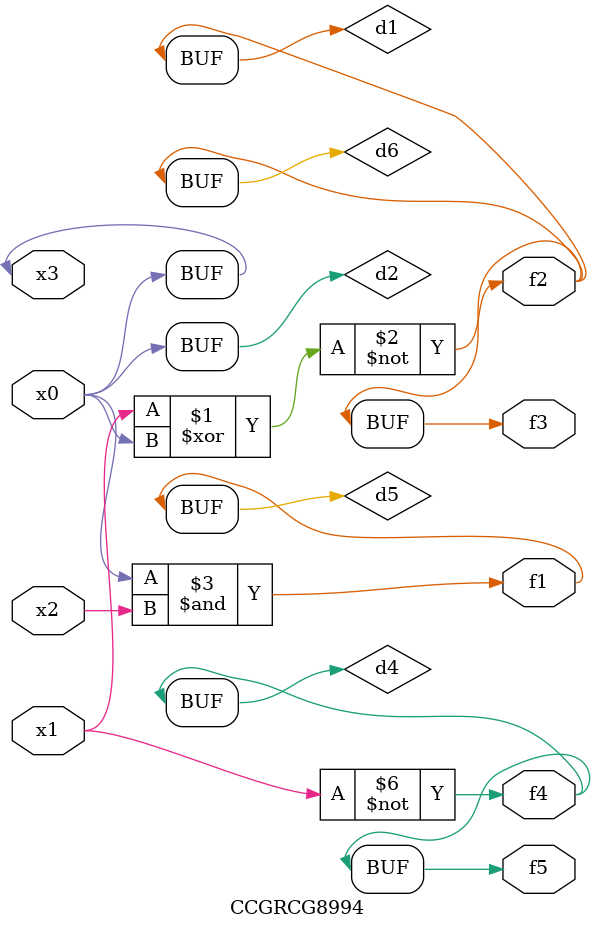
<source format=v>
module CCGRCG8994(
	input x0, x1, x2, x3,
	output f1, f2, f3, f4, f5
);

	wire d1, d2, d3, d4, d5, d6;

	xnor (d1, x1, x3);
	buf (d2, x0, x3);
	nand (d3, x0, x2);
	not (d4, x1);
	nand (d5, d3);
	or (d6, d1);
	assign f1 = d5;
	assign f2 = d6;
	assign f3 = d6;
	assign f4 = d4;
	assign f5 = d4;
endmodule

</source>
